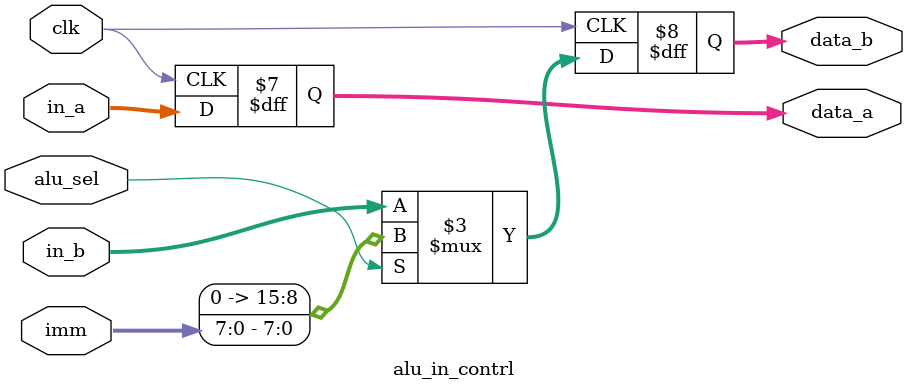
<source format=v>
`timescale 1ns / 1ps


module alu_in_contrl(clk,in_a,in_b,data_a,data_b,alu_sel,imm);
	input[15:0] in_a,in_b;
	input[7:0] imm;
	input alu_sel,clk;
	output[15:0] data_a;
	output [15:0] data_b;
(* DONT_TOUCH= "1" *)	reg[15:0] data_a;
(* DONT_TOUCH= "1" *)	reg [15:0] data_b;

	always @(posedge clk)
		begin
			if(alu_sel)
				begin
					data_a <= in_a;
					data_b <= imm;
				end
			else 
				begin
					data_a <= in_a;
					data_b <= in_b;
				end
		end
endmodule

</source>
